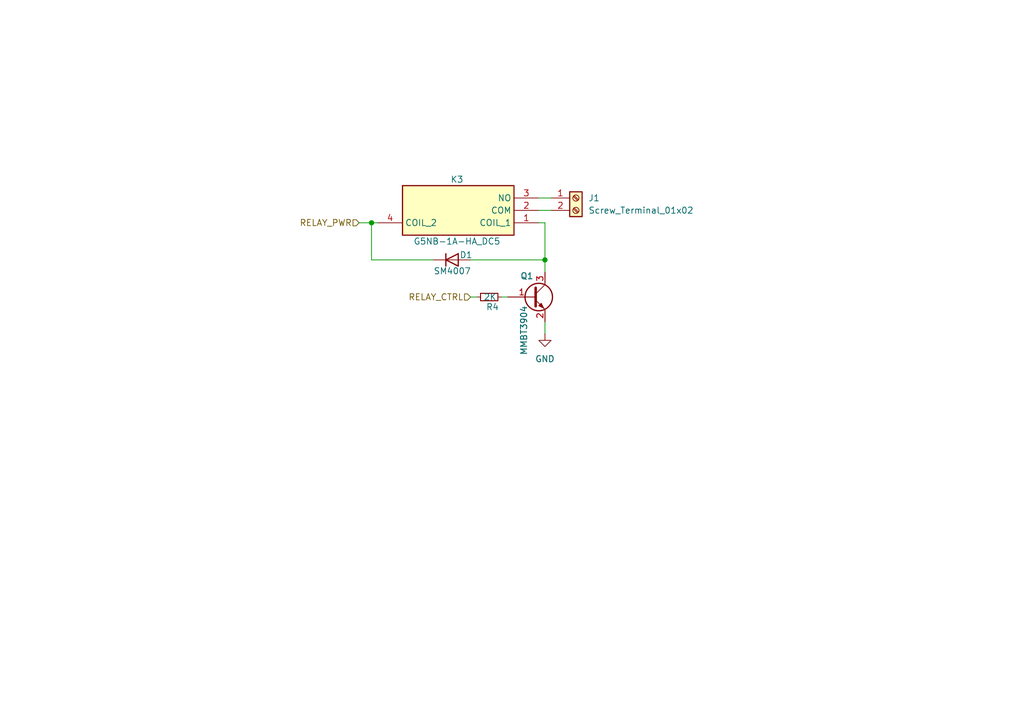
<source format=kicad_sch>
(kicad_sch (version 20231120) (generator "eeschema") (generator_version "8.0")
  (paper "A5")
  (title_block (title "${project_name}  ${project_version} ") (date "2024-12-03") (rev "${project_version} ") (company "${project_creator}") (comment 1 "${project_license}"))
  (lib_symbols
    (symbol "Connector:Screw_Terminal_01x02" (pin_names (offset 1.016) hide)
      (property "Reference" "J" (at 0 2.54 0))
      (property "Value" "Screw_Terminal_01x02" (at 0 -5.08 0))
      (symbol "Screw_Terminal_01x02_1_1"
        (rectangle (start -1.27 1.27) (end 1.27 -3.81) (stroke (width 0.254)) (fill (type background)))
        (circle (center 0 -2.54) (radius 0.635) (stroke (width 0.1524)))
        (polyline (pts (xy -0.5334 -2.2098) (xy 0.3302 -3.048)) (stroke (width 0.1524)))
        (polyline (pts (xy -0.5334 0.3302) (xy 0.3302 -0.508)) (stroke (width 0.1524)))
        (polyline (pts (xy -0.3556 -2.032) (xy 0.508 -2.8702)) (stroke (width 0.1524)))
        (polyline (pts (xy -0.3556 0.508) (xy 0.508 -0.3302)) (stroke (width 0.1524)))
        (circle (center 0 0) (radius 0.635) (stroke (width 0.1524)))
        (pin passive line (at -5.08 0 0) (length 3.81) (name "Pin_1") (number "1"))
        (pin passive line (at -5.08 -2.54 0) (length 3.81) (name "Pin_2") (number "2"))
      )
    )
    (symbol "Device:R_Small" (pin_numbers hide) (pin_names (offset 0.254) hide)
      (property "Reference" "R" (at 0.762 0.508 0))
      (property "Value" "R_Small" (at 0.762 -1.016 0))
      (symbol "R_Small_0_1"
        (rectangle (start -0.762 1.778) (end 0.762 -1.778) (stroke (width 0.2032)))
      )
      (symbol "R_Small_1_1"
        (pin passive line (at 0 2.54 270) (length 0.762) (name "~") (number "1"))
        (pin passive line (at 0 -2.54 90) (length 0.762) (name "~") (number "2"))
      )
    )
    (symbol "Diode:SM4007" (pin_numbers hide) (pin_names hide)
      (property "Reference" "D" (at 0 2.54 0))
      (property "Value" "SM4007" (at 0 -2.54 0))
      (symbol "SM4007_0_1"
        (polyline (pts (xy -1.27 1.27) (xy -1.27 -1.27)) (stroke (width 0.254)))
        (polyline (pts (xy 1.27 0) (xy -1.27 0)))
        (polyline (pts (xy 1.27 1.27) (xy 1.27 -1.27) (xy -1.27 0) (xy 1.27 1.27)) (stroke (width 0.254)))
      )
      (symbol "SM4007_1_1"
        (pin passive line (at -3.81 0 0) (length 2.54) (name "K") (number "1"))
        (pin passive line (at 3.81 0 180) (length 2.54) (name "A") (number "2"))
      )
    )
    (symbol "G5NB-1A-HA_DC5:G5NB-1A-HA_DC5"
      (property "Reference" "K" (at 29.21 7.62 0))
      (property "Value" "G5NB-1A-HA_DC5" (at 29.21 5.08 0))
      (symbol "G5NB-1A-HA_DC5_1_1"
        (rectangle (start 5.08 2.54) (end 27.94 -7.62) (stroke (width 0.254)) (fill (type background)))
        (pin passive line (at 0 0 0) (length 5.08) (name "COIL_1") (number "1"))
        (pin passive line (at 0 -2.54 0) (length 5.08) (name "COM") (number "2"))
        (pin passive line (at 0 -5.08 0) (length 5.08) (name "NO") (number "3"))
        (pin passive line (at 33.02 0 180) (length 5.08) (name "COIL_2") (number "4"))
      )
    )
    (symbol "Transistor_BJT:MMBT3904" (pin_names (offset 0) hide)
      (property "Reference" "Q" (at 5.08 1.905 0))
      (property "Value" "MMBT3904" (at 5.08 0 0))
      (symbol "MMBT3904_0_1"
        (polyline (pts (xy 0.635 0.635) (xy 2.54 2.54)))
        (polyline (pts (xy 0.635 -0.635) (xy 2.54 -2.54) (xy 2.54 -2.54)))
        (polyline (pts (xy 0.635 1.905) (xy 0.635 -1.905) (xy 0.635 -1.905)) (stroke (width 0.508)))
        (polyline (pts (xy 1.27 -1.778) (xy 1.778 -1.27) (xy 2.286 -2.286) (xy 1.27 -1.778) (xy 1.27 -1.778)) (fill (type outline)))
        (circle (center 1.27 0) (radius 2.8194) (stroke (width 0.254)))
      )
      (symbol "MMBT3904_1_1"
        (pin input line (at -5.08 0 0) (length 5.715) (name "B") (number "1"))
        (pin passive line (at 2.54 -5.08 90) (length 2.54) (name "E") (number "2"))
        (pin passive line (at 2.54 5.08 270) (length 2.54) (name "C") (number "3"))
      )
    )
    (symbol "power:GND" (power) (pin_numbers hide) (pin_names (offset 0) hide)
      (property "Value" "GND" (at 0 -3.81 0))
      (symbol "GND_0_1"
        (polyline (pts (xy 0 0) (xy 0 -1.27) (xy 1.27 -1.27) (xy 0 -2.54) (xy -1.27 -1.27) (xy 0 -1.27)))
      )
      (symbol "GND_1_1"
        (pin power_in line (at 0 0 270) (length 0) (name "~") (number "1"))
      )
    )
  )
  (junction (at 111.76 53.34))
  (junction (at 76.2 45.72))
  (wire (pts (xy 110.49 40.64) (xy 113.03 40.64)))
  (wire (pts (xy 110.49 45.72) (xy 111.76 45.72)))
  (wire (pts (xy 96.52 60.96) (xy 97.79 60.96)))
  (wire (pts (xy 76.2 53.34) (xy 76.2 45.72)))
  (wire (pts (xy 102.87 60.96) (xy 104.14 60.96)))
  (wire (pts (xy 76.2 45.72) (xy 77.47 45.72)))
  (wire (pts (xy 73.66 45.72) (xy 76.2 45.72)))
  (wire (pts (xy 96.52 53.34) (xy 111.76 53.34)))
  (wire (pts (xy 110.49 43.18) (xy 113.03 43.18)))
  (wire (pts (xy 111.76 53.34) (xy 111.76 45.72)))
  (wire (pts (xy 111.76 53.34) (xy 111.76 55.88)))
  (wire (pts (xy 111.76 66.04) (xy 111.76 68.58)))
  (wire (pts (xy 88.9 53.34) (xy 76.2 53.34)))
  (hierarchical_label "RELAY_CTRL" (shape input) (at 96.52 60.96 180))
  (hierarchical_label "RELAY_PWR" (shape input) (at 73.66 45.72 180))
  (symbol (lib_id "Connector:Screw_Terminal_01x02") (at 118.11 40.64 0) (unit 1)
    (property "Reference" "J1" (at 120.65 40.6399 0) (effects (justify left)))
    (property "Value" "Screw_Terminal_01x02" (at 120.65 43.1799 0) (effects (justify left)))
    (property "Footprint" "TerminalBlock_Phoenix:TerminalBlock_Phoenix_PT-1,5-2-3.5-H_1x02_P3.50mm_Horizontal" (effects (hide yes)))
    (property "Description" "Generic screw terminal, single row, 01x02, script generated (kicad-library-utils/schlib/autogen/connector/)" (effects (hide yes)))
    (instances (project "" (path "" (reference "J1") (unit 1)) (path "" (reference "J4") (unit 1))))
  )
  (symbol (lib_id "power:GND") (at 111.76 68.58 0) (unit 1)
    (property "Reference" "#PWR04" (effects (hide yes)))
    (property "Value" "GND" (at 111.76 73.66 0))
    (property "Description" "Power symbol creates a global label with name \"GND\" , ground" (effects (hide yes)))
    (instances (project "tmrIO" (path "" (reference "#PWR04") (unit 1)) (path "" (reference "#PWR05") (unit 1))))
  )
  (symbol (lib_id "Diode:SM4007") (at 92.71 53.34 0) (unit 1)
    (property "Reference" "D1" (at 94.234 52.324 0) (effects (justify left)))
    (property "Value" "SM4007" (at 88.9 55.626 0) (effects (justify left)))
    (property "Footprint" "Diode_SMD:D_MELF" (effects (hide yes)))
    (property "Datasheet" "http://cdn-reichelt.de/documents/datenblatt/A400/SMD1N400%23DIO.pdf" (effects (hide yes)))
    (property "Description" "1000V 1A General Purpose Rectifier Diode, MELF" (effects (hide yes)))
    (property "Sim.Device" "D" (effects (hide yes)))
    (property "Sim.Pins" "1=K 2=A" (effects (hide yes)))
    (instances (project "tmrIO" (path "" (reference "D1") (unit 1)) (path "" (reference "D2") (unit 1))))
  )
  (symbol (lib_id "Device:R_Small") (at 100.33 60.96 90) (unit 1)
    (property "Reference" "R4" (at 102.362 62.992 90) (effects (justify left)))
    (property "Value" "2K" (at 101.854 60.96 90) (effects (justify left)))
    (property "Footprint" "Resistor_SMD:R_0402_1005Metric" (effects (hide yes)))
    (property "Description" "Resistor, small symbol" (effects (hide yes)))
    (property "MPN" " RC0603FR-071K1L" (effects (hide yes)))
    (property "Mouser" "603-RC0603FR-071K1L" (effects (hide yes)))
    (instances (project "tmrIO" (path "" (reference "R4") (unit 1)) (path "" (reference "R5") (unit 1))))
  )
  (symbol (lib_id "G5NB-1A-HA_DC5:G5NB-1A-HA_DC5") (at 110.49 45.72 180) (unit 1)
    (property "Reference" "K3" (at 93.726 36.83 0))
    (property "Value" "G5NB-1A-HA_DC5" (at 93.726 49.53 0))
    (property "Footprint" "G5NB-1A-HA:G5NB1AHADC5" (effects (hide yes)))
    (property "Datasheet" "https://componentsearchengine.com/Datasheets/1/G5NB-1A-HADC5.pdf" (effects (hide yes)))
    (property "Description" "General Purpose Relays PCB Power Relay Mini 1-pole 3A/5A" (effects (hide yes)))
    (property "Height" "15.3" (effects (hide yes)))
    (property "Mouser Part Number" "653-G5NB-1A-HADC5" (effects (hide yes)))
    (property "Mouser Price/Stock" "https://www.mouser.co.uk/ProductDetail/Omron-Electronics/G5NB-1A-HA-DC5?qs=xZ%2FP%252Ba9zWqYlwXQmF0rNMA%3D%3D" (effects (hide yes)))
    (property "Manufacturer_Name" "Omron Electronics" (effects (hide yes)))
    (property "Manufacturer_Part_Number" "G5NB-1A-HA DC5" (effects (hide yes)))
    (instances (project "" (path "" (reference "K3") (unit 1)) (path "" (reference "K4") (unit 1))))
  )
  (symbol (lib_id "Transistor_BJT:MMBT3904") (at 109.22 60.96 0) (unit 1)
    (property "Reference" "Q1" (at 106.68 56.642 0) (effects (justify left)))
    (property "Value" "MMBT3904" (at 107.442 72.898 90) (effects (justify left)))
    (property "Footprint" "Package_TO_SOT_SMD:SOT-23" (effects (hide yes)))
    (property "Datasheet" "https://www.onsemi.com/pdf/datasheet/pzt3904-d.pdf" (effects (hide yes)))
    (property "Description" "0.2A Ic, 40V Vce, Small Signal NPN Transistor, SOT-23" (effects (hide yes)))
    (instances (project "tmrIO" (path "" (reference "Q1") (unit 1)) (path "" (reference "Q2") (unit 1))))
  )
)
</source>
